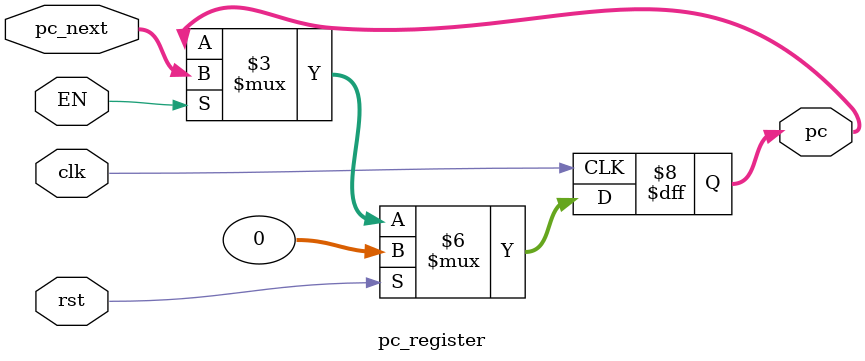
<source format=v>
module pc_register(input [31:0] pc_next, input clk, EN, rst, output reg[31:0] pc);

    always @(posedge clk) begin
        if(rst)
            pc <= 32'b0;
        else if(EN)
            pc <= pc_next;
        else 
            pc <= pc;
    end

endmodule
</source>
